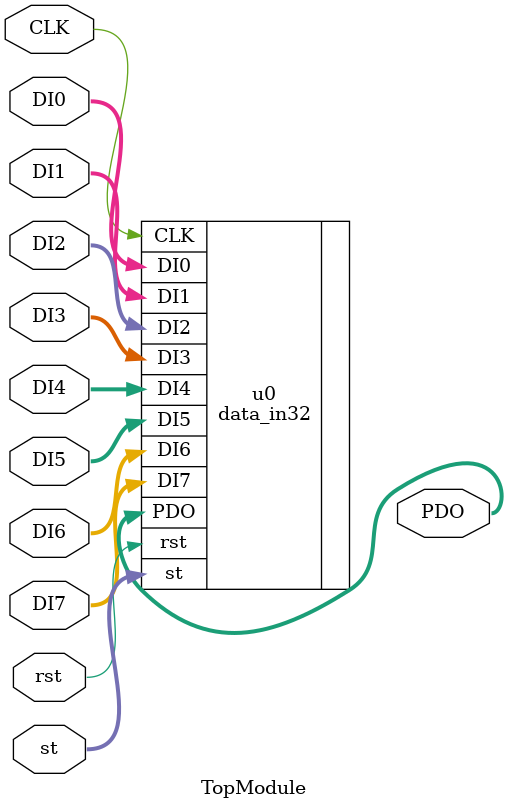
<source format=v>
module TopModule(CLK, rst, st, DI0, DI1, DI2, DI3, DI4, DI5, DI6, DI7, PDO);
	input CLK;					/* システムクロック */
	input rst;					/* rst = 1:初期化 */
	input [2:0] st;			/* 現在の状態 */
	input [31:0] DI0;			/* データ入力(α32bit) */
	input [31:0] DI1;			/* データ入力(α32bit) */
	input [31:0] DI2;			/* データ入力(α32bit) */
	input [31:0] DI3;			/* データ入力(α32bit) */
	input [31:0] DI4;			/* データ入力(α32bit) */
	input [31:0] DI5;			/* データ入力(α32bit) */
	input [31:0] DI6;			/* データ入力(α32bit) */
	input [31:0] DI7;			/* データ入力(α32bit) */
	output [255:0] PDO;		/* データ出力(α256bit) */
	
	data_in32 u0(.CLK(CLK), .rst(rst), .st(st), .DI0(DI0), .DI1(DI1), .DI2(DI2), .DI3(DI3), .DI4(DI4), .DI5(DI5), .DI6(DI6), .DI7(DI7), .PDO(PDO));
	
endmodule

</source>
